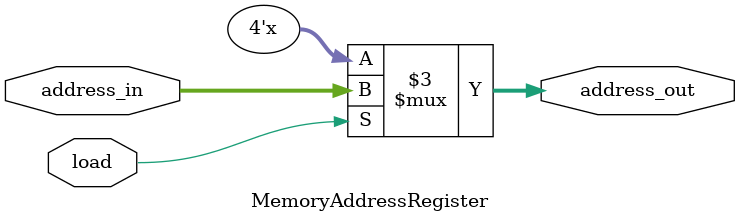
<source format=v>
module MemoryAddressRegister(input [3:0] address_in, input load, output reg [3:0] address_out);
    always @(*) begin
        if (load)
            address_out = address_in;
    end
endmodule
</source>
